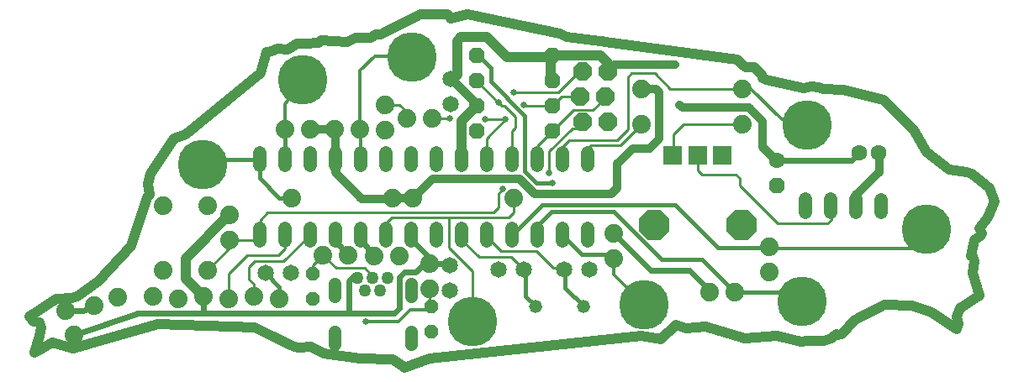
<source format=gtl>
G75*
%MOIN*%
%OFA0B0*%
%FSLAX25Y25*%
%IPPOS*%
%LPD*%
%AMOC8*
5,1,8,0,0,1.08239X$1,22.5*
%
%ADD10C,0.03937*%
%ADD11C,0.06500*%
%ADD12OC8,0.07400*%
%ADD13C,0.07400*%
%ADD14C,0.05200*%
%ADD15C,0.05200*%
%ADD16C,0.19685*%
%ADD17C,0.11811*%
%ADD18R,0.07400X0.07400*%
%ADD19OC8,0.11811*%
%ADD20OC8,0.06300*%
%ADD21C,0.06299*%
%ADD22C,0.06300*%
%ADD23OC8,0.05200*%
%ADD24C,0.05000*%
%ADD25C,0.05000*%
%ADD26C,0.02400*%
%ADD27C,0.04000*%
%ADD28C,0.03200*%
%ADD29C,0.02500*%
%ADD30C,0.01200*%
%ADD31C,0.01000*%
%ADD32C,0.01600*%
%ADD33C,0.02600*%
D10*
X0008771Y0034515D02*
X0012395Y0036356D01*
X0015808Y0038479D01*
X0024233Y0036008D01*
X0057872Y0045942D01*
X0096039Y0044369D01*
X0102228Y0041358D01*
X0111939Y0036882D01*
X0113708Y0036619D01*
X0118598Y0036712D01*
X0123467Y0034261D01*
X0137856Y0032202D01*
X0150764Y0031709D01*
X0154718Y0029078D01*
X0155374Y0028375D01*
X0165572Y0031988D01*
X0249621Y0041106D01*
X0256961Y0039781D01*
X0263107Y0045413D01*
X0266976Y0044210D01*
X0274740Y0044884D01*
X0290606Y0039964D01*
X0303067Y0041028D01*
X0312641Y0038948D01*
X0312727Y0038873D01*
X0314885Y0039146D01*
X0321861Y0039222D01*
X0324928Y0040062D01*
X0325434Y0040653D01*
X0326727Y0041670D01*
X0326816Y0041423D01*
X0328650Y0041907D01*
X0334188Y0047312D01*
X0345873Y0053438D01*
X0356817Y0053095D01*
X0364536Y0050442D01*
X0374524Y0043791D01*
X0375053Y0045778D01*
X0374453Y0048832D01*
X0375660Y0052207D01*
X0383539Y0056997D01*
X0380720Y0066120D01*
X0381549Y0070766D01*
X0380875Y0072851D01*
X0379966Y0072669D01*
X0381604Y0079242D01*
X0383858Y0080773D01*
X0384381Y0081953D01*
X0383416Y0083909D01*
X0386748Y0088278D01*
X0389604Y0094445D01*
X0387502Y0099819D01*
X0380446Y0105537D01*
X0378569Y0106249D01*
X0371360Y0107004D01*
X0362601Y0114024D01*
X0357615Y0122753D01*
X0345403Y0134756D01*
X0329386Y0138745D01*
X0321403Y0139159D01*
X0319932Y0139754D01*
X0316855Y0140261D01*
X0313816Y0139426D01*
X0298738Y0142801D01*
X0297589Y0143605D01*
X0297283Y0144690D01*
X0294231Y0147799D01*
X0290741Y0147881D01*
X0289356Y0148861D01*
X0287404Y0150934D01*
X0234996Y0157775D01*
X0233808Y0158022D01*
X0233356Y0158114D01*
X0233111Y0158155D01*
X0219625Y0159863D01*
X0217100Y0161211D01*
X0180388Y0168653D01*
X0173902Y0167110D01*
X0173800Y0167465D01*
X0172369Y0168838D01*
X0161872Y0168833D01*
X0146164Y0160869D01*
X0144207Y0160760D01*
X0142243Y0159516D01*
X0142114Y0159493D01*
X0140845Y0159522D01*
X0139613Y0159608D01*
X0136073Y0159324D01*
X0132653Y0157929D01*
X0122497Y0158481D01*
X0121550Y0157432D01*
X0121042Y0157535D01*
X0116351Y0157047D01*
X0112905Y0157205D01*
X0111724Y0156454D01*
X0110748Y0155651D01*
X0109904Y0154996D01*
X0109901Y0154998D01*
X0109233Y0154928D01*
X0105124Y0155142D01*
X0102678Y0154062D01*
X0100895Y0153682D01*
X0098510Y0145476D01*
X0068930Y0121202D01*
X0064241Y0119516D01*
X0054807Y0105464D01*
X0053750Y0101595D01*
X0054562Y0097178D01*
X0053395Y0095981D01*
X0047110Y0076876D01*
X0034112Y0062660D01*
X0025812Y0056845D01*
X0023608Y0056254D01*
X0017317Y0055950D01*
X0006765Y0048892D01*
X0008422Y0046661D01*
X0010658Y0046355D01*
X0011316Y0044610D01*
X0010956Y0041106D01*
X0008771Y0034515D01*
D11*
X0100555Y0066000D03*
X0110555Y0066000D03*
X0173547Y0069149D03*
X0173547Y0059149D03*
X0192919Y0067306D03*
X0202919Y0067306D03*
X0218788Y0067458D03*
X0228788Y0067458D03*
X0173941Y0133165D03*
X0173941Y0143165D03*
D12*
X0225231Y0136142D03*
X0235231Y0136142D03*
X0236231Y0126142D03*
X0226231Y0126142D03*
X0226231Y0146142D03*
X0236231Y0146142D03*
D13*
X0249453Y0139228D03*
X0249610Y0125055D03*
X0289610Y0125055D03*
X0289453Y0139228D03*
X0198950Y0095855D03*
X0158950Y0095855D03*
X0150870Y0095855D03*
X0110870Y0095855D03*
X0086146Y0088992D03*
X0077526Y0092737D03*
X0059726Y0092737D03*
X0086146Y0078992D03*
X0077526Y0067137D03*
X0059726Y0067137D03*
X0055831Y0056764D03*
X0065831Y0055764D03*
X0075831Y0056764D03*
X0085831Y0055764D03*
X0095831Y0056764D03*
X0105831Y0055764D03*
X0123002Y0073070D03*
X0133002Y0073070D03*
X0143312Y0072645D03*
X0153312Y0072645D03*
X0165552Y0069784D03*
X0165552Y0059784D03*
X0238508Y0071748D03*
X0238508Y0081748D03*
X0276599Y0058436D03*
X0286599Y0058436D03*
X0300078Y0066393D03*
X0300078Y0076393D03*
X0166343Y0127417D03*
X0156343Y0127417D03*
X0147957Y0122929D03*
X0137878Y0123086D03*
X0127878Y0123086D03*
X0118035Y0123086D03*
X0108035Y0123086D03*
X0147957Y0132929D03*
X0041922Y0056396D03*
X0032525Y0052975D03*
X0021151Y0051001D03*
X0024571Y0041604D03*
D14*
X0097989Y0078649D02*
X0097989Y0083849D01*
X0107989Y0083849D02*
X0107989Y0078649D01*
X0117989Y0078649D02*
X0117989Y0083849D01*
X0127989Y0083849D02*
X0127989Y0078649D01*
X0137989Y0078649D02*
X0137989Y0083849D01*
X0147989Y0083849D02*
X0147989Y0078649D01*
X0157989Y0078649D02*
X0157989Y0083849D01*
X0167989Y0083849D02*
X0167989Y0078649D01*
X0177989Y0078649D02*
X0177989Y0083849D01*
X0187989Y0083849D02*
X0187989Y0078649D01*
X0197989Y0078649D02*
X0197989Y0083849D01*
X0207989Y0083849D02*
X0207989Y0078649D01*
X0217989Y0078649D02*
X0217989Y0083849D01*
X0227989Y0083849D02*
X0227989Y0078649D01*
X0227989Y0108649D02*
X0227989Y0113849D01*
X0217989Y0113849D02*
X0217989Y0108649D01*
X0207989Y0108649D02*
X0207989Y0113849D01*
X0197989Y0113849D02*
X0197989Y0108649D01*
X0187989Y0108649D02*
X0187989Y0113849D01*
X0177989Y0113849D02*
X0177989Y0108649D01*
X0167989Y0108649D02*
X0167989Y0113849D01*
X0157989Y0113849D02*
X0157989Y0108649D01*
X0147989Y0108649D02*
X0147989Y0113849D01*
X0137989Y0113849D02*
X0137989Y0108649D01*
X0127989Y0108649D02*
X0127989Y0113849D01*
X0117989Y0113849D02*
X0117989Y0108649D01*
X0107989Y0108649D02*
X0107989Y0113849D01*
X0097989Y0113849D02*
X0097989Y0108649D01*
X0314585Y0095295D02*
X0314585Y0090095D01*
X0324585Y0090095D02*
X0324585Y0095295D01*
X0324607Y0095284D02*
X0324607Y0090084D01*
X0334585Y0090095D02*
X0334585Y0095295D01*
X0334607Y0095284D02*
X0334607Y0090084D01*
X0344607Y0090084D02*
X0344607Y0095284D01*
D15*
X0226503Y0052629D03*
X0207503Y0052629D03*
D16*
X0182587Y0046787D03*
X0250297Y0053506D03*
X0313107Y0054916D03*
X0362429Y0083336D03*
X0315184Y0124896D03*
X0158444Y0151744D03*
X0115002Y0142794D03*
X0075449Y0109150D03*
D17*
X0075449Y0109150D03*
X0115002Y0142794D03*
X0158444Y0151744D03*
X0315184Y0124896D03*
X0362429Y0083336D03*
X0313107Y0054916D03*
X0250297Y0053506D03*
X0182587Y0046787D03*
D18*
X0261853Y0112741D03*
X0271695Y0112741D03*
X0281538Y0112741D03*
D19*
X0289018Y0085182D03*
X0254373Y0085182D03*
D20*
X0303075Y0100764D03*
X0214042Y0122408D03*
X0214042Y0132408D03*
X0214042Y0142408D03*
X0214042Y0152408D03*
X0184042Y0152408D03*
X0184042Y0142408D03*
X0184042Y0132408D03*
X0184042Y0122408D03*
D21*
X0335704Y0113790D03*
X0343578Y0113790D03*
D22*
X0303075Y0110764D03*
D23*
X0166067Y0052890D03*
X0166067Y0042890D03*
X0119217Y0055882D03*
X0119217Y0065882D03*
D24*
X0127681Y0061744D02*
X0127681Y0056744D01*
X0127681Y0042744D02*
X0127681Y0037744D01*
X0157996Y0037744D02*
X0157996Y0042744D01*
X0157996Y0056744D02*
X0157996Y0061744D01*
D25*
X0148839Y0064244D03*
X0142839Y0064244D03*
X0145791Y0059244D03*
X0139886Y0059244D03*
X0136839Y0064244D03*
D26*
X0134868Y0064329D02*
X0133390Y0062850D01*
X0133390Y0051433D01*
X0133783Y0050252D01*
X0151500Y0050252D01*
X0153469Y0052220D01*
X0153469Y0064425D01*
X0155437Y0066394D01*
X0159768Y0066394D01*
X0163552Y0069784D01*
X0165552Y0069784D01*
X0172125Y0069784D01*
X0173547Y0069149D01*
X0165552Y0069784D02*
X0164886Y0069906D01*
X0164886Y0072693D01*
X0157989Y0079590D01*
X0157989Y0081249D01*
X0143312Y0072645D02*
X0137989Y0079543D01*
X0137989Y0081249D01*
X0133002Y0073070D02*
X0127989Y0078870D01*
X0127989Y0081249D01*
X0075831Y0056764D02*
X0075831Y0050724D01*
X0075909Y0050252D01*
X0133390Y0050252D01*
X0133390Y0051433D01*
X0075909Y0050252D02*
X0049754Y0050252D01*
X0024571Y0041604D01*
X0021151Y0051001D02*
X0028188Y0051001D01*
X0032525Y0052975D01*
X0075831Y0050724D02*
X0075831Y0050567D01*
X0075909Y0050252D01*
X0238508Y0081748D02*
X0253075Y0067181D01*
X0268429Y0067181D01*
X0276599Y0059011D01*
X0276599Y0058436D01*
X0303075Y0110764D02*
X0332677Y0110764D01*
X0335704Y0113790D01*
D27*
X0236231Y0146142D02*
X0236231Y0149379D01*
X0232996Y0152614D01*
X0214248Y0152614D01*
X0214042Y0152408D01*
X0213460Y0151827D01*
X0213460Y0142990D01*
X0214042Y0142408D01*
X0213460Y0151827D02*
X0195988Y0151827D01*
X0188114Y0159701D01*
X0177878Y0159701D01*
X0176303Y0158126D01*
X0176303Y0144740D01*
X0174335Y0142771D01*
X0184042Y0132408D02*
X0177989Y0126355D01*
X0177989Y0111249D01*
X0086146Y0088992D02*
X0085909Y0088992D01*
X0068823Y0071905D01*
X0068823Y0063638D01*
X0075697Y0056764D01*
D28*
X0075831Y0056764D01*
X0086146Y0088992D02*
X0086382Y0089228D01*
X0127989Y0106046D02*
X0138508Y0095527D01*
X0149361Y0095527D01*
X0150870Y0095855D01*
X0158950Y0095855D01*
X0166890Y0103401D01*
X0201106Y0103401D01*
X0207012Y0097496D01*
X0226697Y0097496D01*
X0237327Y0097496D01*
X0239689Y0099858D01*
X0239689Y0109307D01*
X0245988Y0115606D01*
X0252681Y0115606D01*
X0256618Y0119543D01*
X0256618Y0137653D01*
X0255043Y0139228D01*
X0249453Y0139228D01*
X0238767Y0148677D02*
X0236231Y0146142D01*
X0238767Y0148677D02*
X0262917Y0148677D01*
X0264492Y0132929D02*
X0265673Y0131748D01*
X0292051Y0131748D01*
X0297563Y0126236D01*
X0297563Y0116000D01*
X0302799Y0110764D01*
X0303075Y0110764D01*
X0334607Y0097138D02*
X0343626Y0106157D01*
X0343626Y0113742D01*
X0343578Y0113790D01*
X0334607Y0097138D02*
X0334607Y0092684D01*
X0184042Y0132408D02*
X0184042Y0133064D01*
X0174335Y0142771D01*
X0173941Y0143165D01*
X0127989Y0122975D02*
X0127878Y0123086D01*
X0118035Y0123086D01*
X0127989Y0122975D02*
X0127989Y0111249D01*
X0127989Y0106046D01*
D29*
X0173547Y0127417D03*
X0187327Y0127023D03*
X0195594Y0127023D03*
X0192839Y0133716D03*
X0198744Y0137653D03*
X0202681Y0132929D03*
X0212917Y0105764D03*
X0226697Y0097496D03*
X0194413Y0099464D03*
X0264492Y0132929D03*
X0262917Y0148677D03*
X0140083Y0046709D03*
D30*
X0153075Y0046709D01*
X0157799Y0051433D01*
X0164610Y0051433D01*
X0166067Y0052890D01*
X0136839Y0064244D02*
X0134953Y0064244D01*
X0134868Y0064329D01*
X0137989Y0111249D02*
X0137989Y0122975D01*
X0137878Y0123086D01*
X0137878Y0146472D01*
X0143626Y0152220D01*
X0158526Y0152220D01*
X0158444Y0151744D01*
X0115002Y0142794D02*
X0108035Y0133071D01*
X0108035Y0123086D01*
X0238508Y0071748D02*
X0238508Y0065295D01*
X0250297Y0053506D01*
X0300078Y0076393D02*
X0300629Y0075842D01*
X0358980Y0075842D01*
X0358980Y0079887D01*
X0362429Y0083336D01*
X0315184Y0124896D02*
X0313843Y0127417D01*
X0315673Y0127417D01*
X0315280Y0127023D01*
X0305043Y0127023D01*
X0292839Y0139228D01*
X0289453Y0139228D01*
D31*
X0260949Y0139228D01*
X0254650Y0145527D01*
X0245594Y0145527D01*
X0244020Y0143953D01*
X0244020Y0123086D01*
X0239689Y0118756D01*
X0220791Y0118756D01*
X0218035Y0116000D01*
X0218035Y0111295D01*
X0217989Y0111249D01*
X0212917Y0114425D02*
X0221972Y0123480D01*
X0223570Y0123480D01*
X0226231Y0126142D01*
X0222594Y0130960D02*
X0214042Y0122408D01*
X0207989Y0116355D01*
X0207989Y0111249D01*
X0212917Y0114425D02*
X0212917Y0105764D01*
X0227878Y0111360D02*
X0227989Y0111249D01*
X0227878Y0111360D02*
X0227878Y0115212D01*
X0229453Y0116787D01*
X0241264Y0116787D01*
X0249531Y0125055D01*
X0249610Y0125055D01*
X0262130Y0121118D02*
X0262130Y0113018D01*
X0261853Y0112741D01*
X0271695Y0112741D02*
X0271695Y0106668D01*
X0273547Y0104976D01*
X0286933Y0104976D01*
X0288508Y0103795D01*
X0288508Y0100646D01*
X0303469Y0085685D01*
X0323154Y0085685D01*
X0324728Y0087260D01*
X0324728Y0092552D01*
X0324585Y0092695D01*
X0324596Y0092684D01*
X0324607Y0092684D01*
X0358993Y0083336D02*
X0362429Y0083336D01*
X0289610Y0125055D02*
X0266067Y0125055D01*
X0262130Y0121118D01*
X0235231Y0135558D02*
X0230240Y0130960D01*
X0222594Y0130960D01*
X0225231Y0136142D02*
X0217776Y0136142D01*
X0214042Y0132408D01*
X0203202Y0132408D01*
X0202681Y0132929D01*
X0199531Y0128205D02*
X0195201Y0132535D01*
X0194020Y0132535D01*
X0192839Y0133716D01*
X0192839Y0133611D01*
X0184042Y0142408D01*
X0198744Y0137653D02*
X0216461Y0137653D01*
X0224949Y0146142D01*
X0226231Y0146142D01*
X0235231Y0136142D02*
X0235231Y0135558D01*
X0199531Y0128205D02*
X0199531Y0123874D01*
X0197989Y0122331D01*
X0197989Y0111249D01*
X0188114Y0111374D02*
X0187989Y0111249D01*
X0188114Y0111374D02*
X0188114Y0119543D01*
X0195594Y0127023D01*
X0187327Y0127023D01*
X0173547Y0127417D02*
X0166343Y0127417D01*
X0156343Y0127417D02*
X0156343Y0130055D01*
X0153469Y0132929D01*
X0147957Y0132929D01*
X0192839Y0097496D02*
X0194413Y0099464D01*
X0192839Y0097496D02*
X0192839Y0091984D01*
X0190870Y0090016D01*
X0101106Y0090016D01*
X0098350Y0087260D01*
X0098350Y0081354D01*
X0095988Y0078992D01*
X0095732Y0078992D01*
X0097989Y0081249D01*
X0095732Y0078992D02*
X0086146Y0078992D01*
X0086146Y0076150D01*
X0077526Y0067137D01*
X0085831Y0065685D02*
X0093232Y0073086D01*
X0105437Y0073086D01*
X0108193Y0075842D01*
X0108193Y0081045D01*
X0107989Y0081249D01*
X0117989Y0081249D02*
X0107464Y0070724D01*
X0095988Y0070724D01*
X0093626Y0068362D01*
X0093626Y0063638D01*
X0095831Y0061433D01*
X0095831Y0056764D01*
X0085831Y0055764D02*
X0085831Y0065685D01*
X0118963Y0069031D02*
X0119217Y0065882D01*
X0118963Y0069031D02*
X0123002Y0073070D01*
X0128497Y0067968D01*
X0139689Y0067968D01*
X0142051Y0065606D01*
X0142839Y0064244D01*
X0165552Y0059784D02*
X0165552Y0054192D01*
X0166067Y0052890D01*
X0182587Y0046787D02*
X0182587Y0066803D01*
X0173154Y0076236D01*
X0173154Y0088047D01*
X0196776Y0088047D01*
X0198950Y0090222D01*
X0198950Y0095855D01*
X0173154Y0088047D02*
X0150319Y0088047D01*
X0148350Y0086079D01*
X0148350Y0081610D01*
X0147989Y0081249D01*
X0177989Y0081249D02*
X0177989Y0079275D01*
X0184965Y0072299D01*
X0197926Y0072299D01*
X0202919Y0067306D01*
X0207799Y0074661D02*
X0214492Y0067968D01*
X0218278Y0067968D01*
X0218788Y0067458D01*
X0207799Y0074661D02*
X0193626Y0074661D01*
X0187989Y0080298D01*
X0187989Y0081249D01*
D32*
X0197989Y0081249D02*
X0210161Y0093165D01*
X0262917Y0093165D01*
X0279846Y0076236D01*
X0299921Y0076236D01*
X0300078Y0076393D01*
X0286599Y0058436D02*
X0273523Y0071512D01*
X0257406Y0071512D01*
X0238508Y0090409D01*
X0213705Y0090409D01*
X0207989Y0084694D01*
X0207989Y0081249D01*
X0217989Y0081249D02*
X0225758Y0073480D01*
X0236933Y0073480D01*
X0238508Y0071905D01*
X0238508Y0071748D01*
X0219217Y0066787D02*
X0218788Y0067458D01*
X0219217Y0066787D02*
X0219217Y0060094D01*
X0226303Y0053008D01*
X0226503Y0052629D01*
X0207503Y0052629D02*
X0207406Y0053008D01*
X0203469Y0056945D01*
X0203469Y0066787D01*
X0202919Y0067306D01*
X0207799Y0101827D02*
X0214098Y0101827D01*
X0207799Y0101827D02*
X0203075Y0106551D01*
X0203075Y0128598D01*
X0189689Y0141984D01*
X0189689Y0147496D01*
X0184965Y0152220D01*
X0184177Y0152220D01*
X0184042Y0152408D01*
X0108035Y0123086D02*
X0107989Y0116741D01*
X0107989Y0111249D01*
X0097989Y0111249D02*
X0097989Y0103729D01*
X0105863Y0095855D01*
X0110870Y0095855D01*
X0097989Y0111249D02*
X0072824Y0111249D01*
X0075449Y0109150D01*
X0100555Y0066000D02*
X0105831Y0060331D01*
X0105831Y0055764D01*
X0286599Y0058436D02*
X0305256Y0058436D01*
X0313107Y0054916D01*
D33*
X0214098Y0101827D03*
M02*

</source>
